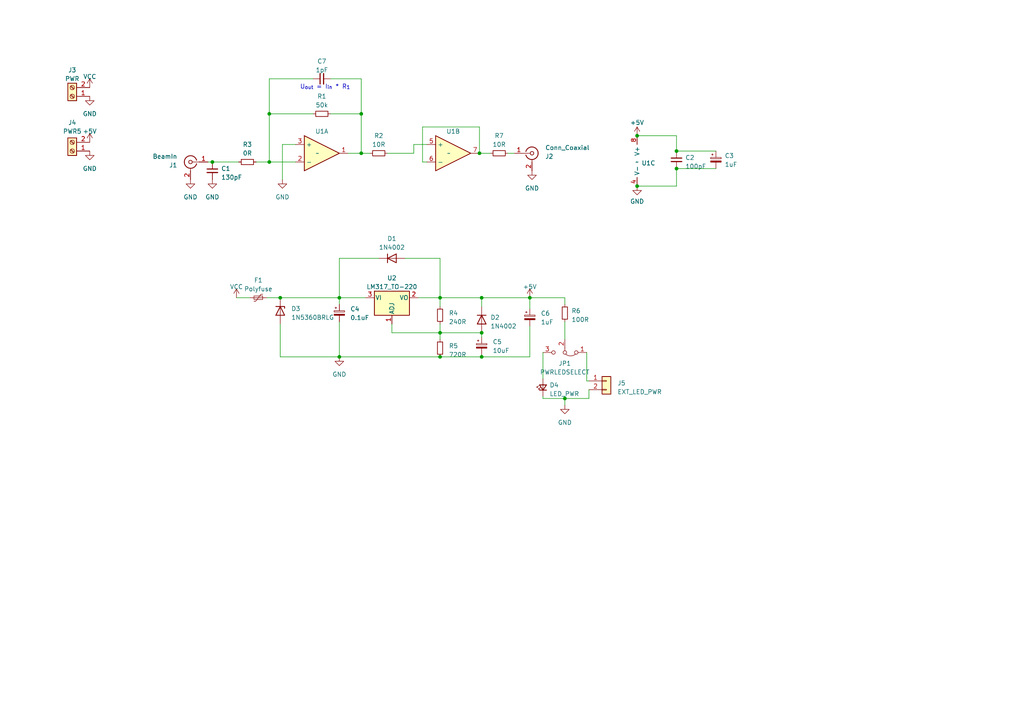
<source format=kicad_sch>
(kicad_sch (version 20230121) (generator eeschema)
  (paper "A4")
  (lib_symbols
    (symbol "Connector:Conn_Coaxial" (pin_names (offset 1.016) hide)
      (property "Reference" "J" (at 0.254 3.048 0))
      (property "Value" "Conn_Coaxial" (at 2.921 0 90))
      (symbol "Conn_Coaxial_0_1"
        (arc (start -1.778 -0.508) (mid 0.2311 -1.8066) (end 1.778 0) (stroke (width 0.254)))
        (polyline (pts (xy -2.54 0) (xy -0.508 0)))
        (polyline (pts (xy 0 -2.54) (xy 0 -1.778)))
        (circle (center 0 0) (radius 0.508) (stroke (width 0.2032)))
        (arc (start 1.778 0) (mid 0.2099 1.8101) (end -1.778 0.508) (stroke (width 0.254)))
      )
      (symbol "Conn_Coaxial_1_1"
        (pin passive line (at -5.08 0 0) (length 2.54) (name "In") (number "1"))
        (pin passive line (at 0 -5.08 90) (length 2.54) (name "Ext") (number "2"))
      )
    )
    (symbol "Connector:Screw_Terminal_01x02" (pin_names (offset 1.016) hide)
      (property "Reference" "J" (at 0 2.54 0))
      (property "Value" "Screw_Terminal_01x02" (at 0 -5.08 0))
      (symbol "Screw_Terminal_01x02_1_1"
        (rectangle (start -1.27 1.27) (end 1.27 -3.81) (stroke (width 0.254)) (fill (type background)))
        (circle (center 0 -2.54) (radius 0.635) (stroke (width 0.1524)))
        (polyline (pts (xy -0.5334 -2.2098) (xy 0.3302 -3.048)) (stroke (width 0.1524)))
        (polyline (pts (xy -0.5334 0.3302) (xy 0.3302 -0.508)) (stroke (width 0.1524)))
        (polyline (pts (xy -0.3556 -2.032) (xy 0.508 -2.8702)) (stroke (width 0.1524)))
        (polyline (pts (xy -0.3556 0.508) (xy 0.508 -0.3302)) (stroke (width 0.1524)))
        (circle (center 0 0) (radius 0.635) (stroke (width 0.1524)))
        (pin passive line (at -5.08 0 0) (length 3.81) (name "Pin_1") (number "1"))
        (pin passive line (at -5.08 -2.54 0) (length 3.81) (name "Pin_2") (number "2"))
      )
    )
    (symbol "Connector_Generic:Conn_01x02" (pin_names (offset 1.016) hide)
      (property "Reference" "J" (at 0 2.54 0))
      (property "Value" "Conn_01x02" (at 0 -5.08 0))
      (symbol "Conn_01x02_1_1"
        (rectangle (start -1.27 -2.413) (end 0 -2.667) (stroke (width 0.1524)))
        (rectangle (start -1.27 0.127) (end 0 -0.127) (stroke (width 0.1524)))
        (rectangle (start -1.27 1.27) (end 1.27 -3.81) (stroke (width 0.254)) (fill (type background)))
        (pin passive line (at -5.08 0 0) (length 3.81) (name "Pin_1") (number "1"))
        (pin passive line (at -5.08 -2.54 0) (length 3.81) (name "Pin_2") (number "2"))
      )
    )
    (symbol "Device:C_Polarized_Small" (pin_numbers hide) (pin_names (offset 0.254) hide)
      (property "Reference" "C" (at 0.254 1.778 0))
      (property "Value" "C_Polarized_Small" (at 0.254 -2.032 0))
      (symbol "C_Polarized_Small_0_1"
        (rectangle (start -1.524 -0.3048) (end 1.524 -0.6858) (fill (type outline)))
        (rectangle (start -1.524 0.6858) (end 1.524 0.3048))
        (polyline (pts (xy -1.27 1.524) (xy -0.762 1.524)))
        (polyline (pts (xy -1.016 1.27) (xy -1.016 1.778)))
      )
      (symbol "C_Polarized_Small_1_1"
        (pin passive line (at 0 2.54 270) (length 1.8542) (name "~") (number "1"))
        (pin passive line (at 0 -2.54 90) (length 1.8542) (name "~") (number "2"))
      )
    )
    (symbol "Device:C_Small" (pin_numbers hide) (pin_names (offset 0.254) hide)
      (property "Reference" "C" (at 0.254 1.778 0))
      (property "Value" "C_Small" (at 0.254 -2.032 0))
      (symbol "C_Small_0_1"
        (polyline (pts (xy -1.524 -0.508) (xy 1.524 -0.508)) (stroke (width 0.3302)))
        (polyline (pts (xy -1.524 0.508) (xy 1.524 0.508)) (stroke (width 0.3048)))
      )
      (symbol "C_Small_1_1"
        (pin passive line (at 0 2.54 270) (length 2.032) (name "~") (number "1"))
        (pin passive line (at 0 -2.54 90) (length 2.032) (name "~") (number "2"))
      )
    )
    (symbol "Device:D_Zener" (pin_numbers hide) (pin_names (offset 1.016) hide)
      (property "Reference" "D" (at 0 2.54 0))
      (property "Value" "D_Zener" (at 0 -2.54 0))
      (symbol "D_Zener_0_1"
        (polyline (pts (xy 1.27 0) (xy -1.27 0)))
        (polyline (pts (xy -1.27 -1.27) (xy -1.27 1.27) (xy -0.762 1.27)) (stroke (width 0.254)))
        (polyline (pts (xy 1.27 -1.27) (xy 1.27 1.27) (xy -1.27 0) (xy 1.27 -1.27)) (stroke (width 0.254)))
      )
      (symbol "D_Zener_1_1"
        (pin passive line (at -3.81 0 0) (length 2.54) (name "K") (number "1"))
        (pin passive line (at 3.81 0 180) (length 2.54) (name "A") (number "2"))
      )
    )
    (symbol "Device:LED_Small" (pin_numbers hide) (pin_names (offset 0.254) hide)
      (property "Reference" "D" (at -1.27 3.175 0))
      (property "Value" "LED_Small" (at -4.445 -2.54 0))
      (symbol "LED_Small_0_1"
        (polyline (pts (xy -0.762 -1.016) (xy -0.762 1.016)) (stroke (width 0.254)))
        (polyline (pts (xy 1.016 0) (xy -0.762 0)))
        (polyline (pts (xy 0.762 -1.016) (xy -0.762 0) (xy 0.762 1.016) (xy 0.762 -1.016)) (stroke (width 0.254)))
        (polyline (pts (xy 0 0.762) (xy -0.508 1.27) (xy -0.254 1.27) (xy -0.508 1.27) (xy -0.508 1.016)))
        (polyline (pts (xy 0.508 1.27) (xy 0 1.778) (xy 0.254 1.778) (xy 0 1.778) (xy 0 1.524)))
      )
      (symbol "LED_Small_1_1"
        (pin passive line (at -2.54 0 0) (length 1.778) (name "K") (number "1"))
        (pin passive line (at 2.54 0 180) (length 1.778) (name "A") (number "2"))
      )
    )
    (symbol "Device:Polyfuse_Small" (pin_numbers hide) (pin_names (offset 0))
      (property "Reference" "F" (at -1.905 0 90))
      (property "Value" "Polyfuse_Small" (at 1.905 0 90))
      (symbol "Polyfuse_Small_0_1"
        (rectangle (start -0.508 1.27) (end 0.508 -1.27))
        (polyline (pts (xy 0 2.54) (xy 0 -2.54)))
        (polyline (pts (xy -1.016 1.27) (xy -1.016 0.762) (xy 1.016 -0.762) (xy 1.016 -1.27)))
      )
      (symbol "Polyfuse_Small_1_1"
        (pin passive line (at 0 2.54 270) (length 0.635) (name "~") (number "1"))
        (pin passive line (at 0 -2.54 90) (length 0.635) (name "~") (number "2"))
      )
    )
    (symbol "Device:R_Small" (pin_numbers hide) (pin_names (offset 0.254) hide)
      (property "Reference" "R" (at 0.762 0.508 0))
      (property "Value" "R_Small" (at 0.762 -1.016 0))
      (symbol "R_Small_0_1"
        (rectangle (start -0.762 1.778) (end 0.762 -1.778) (stroke (width 0.2032)))
      )
      (symbol "R_Small_1_1"
        (pin passive line (at 0 2.54 270) (length 0.762) (name "~") (number "1"))
        (pin passive line (at 0 -2.54 90) (length 0.762) (name "~") (number "2"))
      )
    )
    (symbol "Diode:1N4002" (pin_numbers hide) (pin_names hide)
      (property "Reference" "D" (at 0 2.54 0))
      (property "Value" "1N4002" (at 0 -2.54 0))
      (symbol "1N4002_0_1"
        (polyline (pts (xy -1.27 1.27) (xy -1.27 -1.27)) (stroke (width 0.254)))
        (polyline (pts (xy 1.27 0) (xy -1.27 0)))
        (polyline (pts (xy 1.27 1.27) (xy 1.27 -1.27) (xy -1.27 0) (xy 1.27 1.27)) (stroke (width 0.254)))
      )
      (symbol "1N4002_1_1"
        (pin passive line (at -3.81 0 0) (length 2.54) (name "K") (number "1"))
        (pin passive line (at 3.81 0 180) (length 2.54) (name "A") (number "2"))
      )
    )
    (symbol "Jumper:Jumper_3_Bridged12" (pin_names (offset 0) hide)
      (property "Reference" "JP" (at -2.54 -2.54 0))
      (property "Value" "Jumper_3_Bridged12" (at 0 2.794 0))
      (symbol "Jumper_3_Bridged12_0_0"
        (circle (center -3.302 0) (radius 0.508))
        (circle (center 0 0) (radius 0.508))
        (circle (center 3.302 0) (radius 0.508))
      )
      (symbol "Jumper_3_Bridged12_0_1"
        (arc (start -0.254 0.508) (mid -1.651 0.9912) (end -3.048 0.508))
        (polyline (pts (xy 0 -1.27) (xy 0 -0.508)))
      )
      (symbol "Jumper_3_Bridged12_1_1"
        (pin passive line (at -6.35 0 0) (length 2.54) (name "A") (number "1"))
        (pin passive line (at 0 -3.81 90) (length 2.54) (name "C") (number "2"))
        (pin passive line (at 6.35 0 180) (length 2.54) (name "B") (number "3"))
      )
    )
    (symbol "OPA2301:OPA2301"
      (property "Reference" "U" (at 0 0 0))
      (symbol "OPA2301_1_1"
        (polyline (pts (xy -3.81 5.08) (xy 6.35 0) (xy -3.81 -5.08) (xy -3.81 5.08) (xy -3.81 5.08)) (stroke (width 0.254)) (fill (type background)))
        (pin output line (at 8.89 0 180) (length 2.54) (name "~") (number "1"))
        (pin input line (at -6.35 -2.54 0) (length 2.54) (name "-") (number "2"))
        (pin input line (at -6.35 2.54 0) (length 2.54) (name "+") (number "3"))
      )
      (symbol "OPA2301_2_1"
        (polyline (pts (xy -3.81 5.08) (xy 6.35 0) (xy -3.81 -5.08) (xy -3.81 5.08) (xy -3.81 5.08)) (stroke (width 0.254)) (fill (type background)))
        (pin input line (at -6.35 2.54 0) (length 2.54) (name "+") (number "5"))
        (pin input line (at -6.35 -2.54 0) (length 2.54) (name "-") (number "6"))
        (pin output line (at 8.89 0 180) (length 2.54) (name "~") (number "7"))
      )
      (symbol "OPA2301_3_1"
        (unit_name "POWER")
        (pin power_in line (at 0 -6.985 90) (length 2.54) (name "V-") (number "4"))
        (pin power_in line (at 0 7.62 270) (length 2.54) (name "V+") (number "8"))
      )
    )
    (symbol "Regulator_Linear:LM317_TO-220" (pin_names (offset 0.254))
      (property "Reference" "U" (at -3.81 3.175 0))
      (property "Value" "LM317_TO-220" (at 0 3.175 0))
      (symbol "LM317_TO-220_0_1"
        (rectangle (start -5.08 1.905) (end 5.08 -5.08) (stroke (width 0.254)) (fill (type background)))
      )
      (symbol "LM317_TO-220_1_1"
        (pin input line (at 0 -7.62 90) (length 2.54) (name "ADJ") (number "1"))
        (pin power_out line (at 7.62 0 180) (length 2.54) (name "VO") (number "2"))
        (pin power_in line (at -7.62 0 0) (length 2.54) (name "VI") (number "3"))
      )
    )
    (symbol "power:+5V" (power) (pin_names (offset 0))
      (property "Value" "+5V" (at 0 3.556 0))
      (symbol "+5V_0_1"
        (polyline (pts (xy -0.762 1.27) (xy 0 2.54)))
        (polyline (pts (xy 0 0) (xy 0 2.54)))
        (polyline (pts (xy 0 2.54) (xy 0.762 1.27)))
      )
      (symbol "+5V_1_1"
        (pin power_in line (at 0 0 90) (length 0) hide (name "+5V") (number "1"))
      )
    )
    (symbol "power:GND" (power) (pin_names (offset 0))
      (property "Value" "GND" (at 0 -3.81 0))
      (symbol "GND_0_1"
        (polyline (pts (xy 0 0) (xy 0 -1.27) (xy 1.27 -1.27) (xy 0 -2.54) (xy -1.27 -1.27) (xy 0 -1.27)))
      )
      (symbol "GND_1_1"
        (pin power_in line (at 0 0 270) (length 0) hide (name "GND") (number "1"))
      )
    )
    (symbol "power:VCC" (power) (pin_names (offset 0))
      (property "Value" "VCC" (at 0 3.81 0))
      (symbol "VCC_0_1"
        (polyline (pts (xy -0.762 1.27) (xy 0 2.54)))
        (polyline (pts (xy 0 0) (xy 0 2.54)))
        (polyline (pts (xy 0 2.54) (xy 0.762 1.27)))
      )
      (symbol "VCC_1_1"
        (pin power_in line (at 0 0 90) (length 0) hide (name "VCC") (number "1"))
      )
    )
  )
  (junction (at 127.635 103.505))
  (junction (at 153.67 86.36))
  (junction (at 127.635 96.52))
  (junction (at 98.425 86.36))
  (junction (at 196.215 43.815))
  (junction (at 139.7 96.52))
  (junction (at 78.105 33.02))
  (junction (at 127.635 86.36))
  (junction (at 81.28 86.36))
  (junction (at 104.775 44.45))
  (junction (at 104.775 33.02))
  (junction (at 61.595 46.99))
  (junction (at 184.785 39.37))
  (junction (at 196.215 48.895))
  (junction (at 139.065 44.45))
  (junction (at 139.7 86.36))
  (junction (at 78.105 46.99))
  (junction (at 139.7 103.505))
  (junction (at 163.83 115.57))
  (junction (at 184.785 53.975))
  (junction (at 98.425 103.505))
  (wire (pts (xy 147.32 44.45) (xy 149.225 44.45)))
  (wire (pts (xy 123.825 46.99) (xy 122.555 46.99)))
  (wire (pts (xy 81.28 86.36) (xy 98.425 86.36)))
  (wire (pts (xy 90.805 22.86) (xy 78.105 22.86)))
  (wire (pts (xy 170.815 115.57) (xy 163.83 115.57)))
  (wire (pts (xy 85.725 41.91) (xy 81.915 41.91)))
  (wire (pts (xy 196.215 53.975) (xy 184.785 53.975)))
  (wire (pts (xy 113.665 96.52) (xy 127.635 96.52)))
  (wire (pts (xy 127.635 96.52) (xy 139.7 96.52)))
  (wire (pts (xy 61.595 46.99) (xy 69.215 46.99)))
  (wire (pts (xy 163.83 115.57) (xy 163.83 117.475)))
  (wire (pts (xy 78.105 33.02) (xy 90.805 33.02)))
  (wire (pts (xy 163.83 93.345) (xy 163.83 98.425)))
  (wire (pts (xy 98.425 103.505) (xy 81.28 103.505)))
  (wire (pts (xy 170.815 113.03) (xy 170.815 115.57)))
  (wire (pts (xy 163.83 86.36) (xy 163.83 88.265)))
  (wire (pts (xy 139.7 103.505) (xy 127.635 103.505)))
  (wire (pts (xy 207.645 48.895) (xy 196.215 48.895)))
  (wire (pts (xy 98.425 88.265) (xy 98.425 86.36)))
  (wire (pts (xy 112.395 44.45) (xy 120.015 44.45)))
  (wire (pts (xy 139.7 102.87) (xy 139.7 103.505)))
  (wire (pts (xy 207.645 43.815) (xy 196.215 43.815)))
  (wire (pts (xy 121.285 86.36) (xy 127.635 86.36)))
  (wire (pts (xy 196.215 43.815) (xy 196.215 39.37)))
  (wire (pts (xy 139.065 44.45) (xy 142.24 44.45)))
  (wire (pts (xy 157.48 102.235) (xy 157.48 109.855)))
  (wire (pts (xy 104.775 44.45) (xy 107.315 44.45)))
  (wire (pts (xy 163.83 115.57) (xy 157.48 115.57)))
  (wire (pts (xy 153.67 86.36) (xy 163.83 86.36)))
  (wire (pts (xy 68.58 86.36) (xy 72.39 86.36)))
  (wire (pts (xy 120.015 44.45) (xy 120.015 41.91)))
  (wire (pts (xy 184.785 39.37) (xy 196.215 39.37)))
  (wire (pts (xy 170.815 110.49) (xy 170.18 110.49)))
  (wire (pts (xy 81.28 103.505) (xy 81.28 93.98)))
  (wire (pts (xy 139.7 86.36) (xy 139.7 88.9)))
  (wire (pts (xy 153.67 94.615) (xy 153.67 103.505)))
  (wire (pts (xy 98.425 86.36) (xy 106.045 86.36)))
  (wire (pts (xy 98.425 74.93) (xy 98.425 86.36)))
  (wire (pts (xy 127.635 74.93) (xy 117.475 74.93)))
  (wire (pts (xy 127.635 103.505) (xy 98.425 103.505)))
  (wire (pts (xy 74.295 46.99) (xy 78.105 46.99)))
  (wire (pts (xy 104.775 33.02) (xy 104.775 44.45)))
  (wire (pts (xy 170.18 102.235) (xy 170.18 110.49)))
  (wire (pts (xy 139.7 96.52) (xy 139.7 97.79)))
  (wire (pts (xy 127.635 93.98) (xy 127.635 96.52)))
  (wire (pts (xy 127.635 86.36) (xy 139.7 86.36)))
  (wire (pts (xy 157.48 115.57) (xy 157.48 114.935)))
  (wire (pts (xy 104.775 22.86) (xy 104.775 33.02)))
  (wire (pts (xy 122.555 46.99) (xy 122.555 36.83)))
  (wire (pts (xy 60.325 46.99) (xy 61.595 46.99)))
  (wire (pts (xy 139.7 86.36) (xy 153.67 86.36)))
  (wire (pts (xy 95.885 33.02) (xy 104.775 33.02)))
  (wire (pts (xy 104.775 44.45) (xy 100.965 44.45)))
  (wire (pts (xy 122.555 36.83) (xy 139.065 36.83)))
  (wire (pts (xy 153.67 86.36) (xy 153.67 89.535)))
  (wire (pts (xy 77.47 86.36) (xy 81.28 86.36)))
  (wire (pts (xy 113.665 93.98) (xy 113.665 96.52)))
  (wire (pts (xy 109.855 74.93) (xy 98.425 74.93)))
  (wire (pts (xy 139.7 103.505) (xy 153.67 103.505)))
  (wire (pts (xy 81.915 41.91) (xy 81.915 52.07)))
  (wire (pts (xy 120.015 41.91) (xy 123.825 41.91)))
  (wire (pts (xy 127.635 86.36) (xy 127.635 74.93)))
  (wire (pts (xy 127.635 86.36) (xy 127.635 88.9)))
  (wire (pts (xy 196.215 48.895) (xy 196.215 53.975)))
  (wire (pts (xy 127.635 96.52) (xy 127.635 98.425)))
  (wire (pts (xy 139.065 36.83) (xy 139.065 44.45)))
  (wire (pts (xy 95.885 22.86) (xy 104.775 22.86)))
  (wire (pts (xy 78.105 22.86) (xy 78.105 33.02)))
  (wire (pts (xy 78.105 46.99) (xy 78.105 33.02)))
  (wire (pts (xy 85.725 46.99) (xy 78.105 46.99)))
  (wire (pts (xy 98.425 103.505) (xy 98.425 93.345)))
  (text "U_{out} = I_{in} * R_{1}" (at 86.995 26.035 0) (effects (font (size 1.27 1.27)) (justify left bottom)))
  (symbol (lib_id "power:GND") (at 26.035 27.94 0) (unit 1)
    (property "Reference" "#PWR04" (effects hide))
    (property "Value" "GND" (at 26.035 33.02 0))
  )
  (symbol (lib_id "Jumper:Jumper_3_Bridged12") (at 163.83 102.235 180) (unit 1)
    (property "Reference" "JP1" (at 163.83 105.41 0))
    (property "Value" "PWRLEDSELECT" (at 163.83 107.95 0))
    (property "Footprint" "Connector_PinHeader_2.54mm:PinHeader_1x03_P2.54mm_Vertical" (effects hide))
  )
  (symbol (lib_id "power:+5V") (at 184.785 39.37 0) (unit 1)
    (property "Reference" "#PWR06" (effects hide))
    (property "Value" "+5V" (at 184.785 35.56 0))
  )
  (symbol (lib_id "Device:C_Polarized_Small") (at 153.67 92.075 0) (unit 1)
    (property "Reference" "C6" (at 156.845 90.8939 0) (effects (justify left)))
    (property "Value" "1uF" (at 156.845 93.4339 0) (effects (justify left)))
    (property "Footprint" "Capacitor_SMD:C_0805_2012Metric" (effects hide))
  )
  (symbol (lib_id "Device:R_Small") (at 163.83 90.805 0) (unit 1)
    (property "Reference" "R6" (at 165.735 90.17 0) (effects (justify left)))
    (property "Value" "100R" (at 165.735 92.71 0) (effects (justify left)))
    (property "Footprint" "Resistor_SMD:R_0805_2012Metric" (effects hide))
  )
  (symbol (lib_id "Connector:Conn_Coaxial") (at 154.305 44.45 0) (unit 1)
    (property "Reference" "J2" (at 158.115 45.3782 0) (effects (justify left)))
    (property "Value" "Conn_Coaxial" (at 158.115 42.8382 0) (effects (justify left)))
    (property "Footprint" "Connector_Coaxial:BNC_TEConnectivity_1478035_Horizontal" (effects hide))
    (property "Datasheet" " ~" (effects hide))
  )
  (symbol (lib_id "Device:C_Small") (at 196.215 46.355 0) (unit 1)
    (property "Reference" "C2" (at 198.755 45.7263 0) (effects (justify left)))
    (property "Value" "100pF" (at 198.755 48.2663 0) (effects (justify left)))
    (property "Footprint" "Capacitor_SMD:C_0805_2012Metric" (effects hide))
  )
  (symbol (lib_id "power:+5V") (at 26.035 41.275 0) (unit 1)
    (property "Reference" "#PWR011" (effects hide))
    (property "Value" "+5V" (at 26.035 38.1 0))
  )
  (symbol (lib_id "OPA2301:OPA2301") (at 130.175 44.45 0) (unit 2)
    (property "Reference" "U1" (at 131.445 38.1 0))
    (property "Value" "~" (at 130.175 44.45 0))
    (property "Footprint" "VSSOP_OPA300:VSSOP_OPA300" (effects hide))
    (property "Datasheet" "https://www.ti.com/lit/ds/symlink/opa300.pdf?ts=1707139740977&ref_url=https%253A%252F%252Fwww.mouser.at%252F" (effects hide))
  )
  (symbol (lib_id "power:GND") (at 61.595 52.07 0) (unit 1)
    (property "Reference" "#PWR05" (effects hide))
    (property "Value" "GND" (at 61.595 57.15 0))
  )
  (symbol (lib_id "power:VCC") (at 26.035 25.4 0) (unit 1)
    (property "Reference" "#PWR010" (effects hide))
    (property "Value" "VCC" (at 26.035 22.225 0))
  )
  (symbol (lib_id "Connector:Conn_Coaxial") (at 55.245 46.99 0) (mirror y) (unit 1)
    (property "Reference" "J1" (at 51.435 47.9182 0) (effects (justify left)))
    (property "Value" "BeamIn" (at 51.435 45.3782 0) (effects (justify left)))
    (property "Footprint" "Connector_Coaxial:BNC_TEConnectivity_1478035_Horizontal" (effects hide))
    (property "Datasheet" " ~" (effects hide))
  )
  (symbol (lib_id "power:VCC") (at 68.58 86.36 0) (unit 1)
    (property "Reference" "#PWR013" (effects hide))
    (property "Value" "VCC" (at 68.58 83.185 0))
  )
  (symbol (lib_id "Connector_Generic:Conn_01x02") (at 175.895 110.49 0) (unit 1)
    (property "Reference" "J5" (at 179.07 111.125 0) (effects (justify left)))
    (property "Value" "EXT_LED_PWR" (at 179.07 113.665 0) (effects (justify left)))
    (property "Footprint" "Connector_PinHeader_2.54mm:PinHeader_1x02_P2.54mm_Vertical" (effects hide))
  )
  (symbol (lib_id "power:GND") (at 55.245 52.07 0) (unit 1)
    (property "Reference" "#PWR02" (effects hide))
    (property "Value" "GND" (at 55.245 57.15 0))
  )
  (symbol (lib_id "Device:C_Small") (at 93.345 22.86 90) (unit 1)
    (property "Reference" "C7" (at 93.3513 17.78 90))
    (property "Value" "1pF" (at 93.3513 20.32 90))
    (property "Footprint" "Capacitor_SMD:C_0805_2012Metric" (effects hide))
  )
  (symbol (lib_id "power:GND") (at 81.915 52.07 0) (unit 1)
    (property "Reference" "#PWR01" (effects hide))
    (property "Value" "GND" (at 81.915 57.15 0))
  )
  (symbol (lib_id "power:+5V") (at 153.67 86.36 0) (unit 1)
    (property "Reference" "#PWR09" (effects hide))
    (property "Value" "+5V" (at 153.67 83.185 0))
  )
  (symbol (lib_id "Diode:1N4002") (at 139.7 92.71 270) (unit 1)
    (property "Reference" "D2" (at 142.24 92.075 90) (effects (justify left)))
    (property "Value" "1N4002" (at 142.24 94.615 90) (effects (justify left)))
    (property "Footprint" "Diode_THT:D_DO-41_SOD81_P10.16mm_Horizontal" (effects hide))
    (property "Datasheet" "http://www.vishay.com/docs/88503/1n4001.pdf" (effects hide))
    (property "Sim.Device" "D" (effects hide))
    (property "Sim.Pins" "1=K 2=A" (effects hide))
  )
  (symbol (lib_id "Device:D_Zener") (at 81.28 90.17 270) (unit 1)
    (property "Reference" "D3" (at 84.455 89.535 90) (effects (justify left)))
    (property "Value" "1N5360BRLG" (at 84.455 92.075 90) (effects (justify left)))
    (property "Footprint" "Diode_THT:D_DO-41_SOD81_P12.70mm_Horizontal" (effects hide))
  )
  (symbol (lib_id "Device:C_Polarized_Small") (at 139.7 100.33 0) (unit 1)
    (property "Reference" "C5" (at 142.875 99.1489 0) (effects (justify left)))
    (property "Value" "10uF" (at 142.875 101.6889 0) (effects (justify left)))
    (property "Footprint" "Capacitor_Tantalum_SMD:CP_EIA-7343-20_Kemet-V" (effects hide))
  )
  (symbol (lib_id "Connector:Screw_Terminal_01x02") (at 20.955 43.815 180) (unit 1)
    (property "Reference" "J4" (at 20.955 35.56 0))
    (property "Value" "PWR5" (at 20.955 38.1 0))
    (property "Footprint" "Connector_PinHeader_2.54mm:PinHeader_1x02_P2.54mm_Vertical" (effects hide))
  )
  (symbol (lib_id "Connector:Screw_Terminal_01x02") (at 20.955 27.94 180) (unit 1)
    (property "Reference" "J3" (at 20.955 20.32 0))
    (property "Value" "PWR" (at 20.955 22.86 0))
    (property "Footprint" "Connector_PinHeader_2.54mm:PinHeader_1x02_P2.54mm_Vertical" (effects hide))
  )
  (symbol (lib_id "power:GND") (at 154.305 49.53 0) (unit 1)
    (property "Reference" "#PWR03" (effects hide))
    (property "Value" "GND" (at 154.305 54.61 0))
  )
  (symbol (lib_id "OPA2301:OPA2301") (at 92.075 44.45 0) (unit 1)
    (property "Reference" "U1" (at 93.345 38.1 0))
    (property "Value" "~" (at 92.075 44.45 0))
    (property "Footprint" "VSSOP_OPA300:VSSOP_OPA300" (effects hide))
    (property "Datasheet" "https://www.ti.com/lit/ds/symlink/opa300.pdf?ts=1707139740977&ref_url=https%253A%252F%252Fwww.mouser.at%252F" (effects hide))
  )
  (symbol (lib_id "OPA2301:OPA2301") (at 184.785 46.99 0) (unit 3)
    (property "Reference" "U1" (at 186.055 47.3075 0) (effects (justify left)))
    (property "Value" "~" (at 184.785 46.99 0))
    (property "Footprint" "VSSOP_OPA300:VSSOP_OPA300" (effects hide))
    (property "Datasheet" "https://www.ti.com/lit/ds/symlink/opa300.pdf?ts=1707139740977&ref_url=https%253A%252F%252Fwww.mouser.at%252F" (effects hide))
  )
  (symbol (lib_id "Diode:1N4002") (at 113.665 74.93 0) (unit 1)
    (property "Reference" "D1" (at 113.665 69.215 0))
    (property "Value" "1N4002" (at 113.665 71.755 0))
    (property "Footprint" "Diode_THT:D_DO-41_SOD81_P10.16mm_Horizontal" (effects hide))
    (property "Datasheet" "http://www.vishay.com/docs/88503/1n4001.pdf" (effects hide))
    (property "Sim.Device" "D" (effects hide))
    (property "Sim.Pins" "1=K 2=A" (effects hide))
  )
  (symbol (lib_id "Device:LED_Small") (at 157.48 112.395 90) (unit 1)
    (property "Reference" "D4" (at 159.385 111.6965 90) (effects (justify right)))
    (property "Value" "LED_PWR" (at 159.385 114.2365 90) (effects (justify right)))
    (property "Footprint" "LED_SMD:LED_0805_2012Metric" (effects hide))
  )
  (symbol (lib_id "Device:Polyfuse_Small") (at 74.93 86.36 90) (unit 1)
    (property "Reference" "F1" (at 74.93 81.28 90))
    (property "Value" "Polyfuse" (at 74.93 83.82 90))
    (property "Footprint" "Capacitor_THT:C_Disc_D5.1mm_W3.2mm_P5.00mm" (effects hide))
  )
  (symbol (lib_id "power:GND") (at 98.425 103.505 0) (unit 1)
    (property "Reference" "#PWR08" (effects hide))
    (property "Value" "GND" (at 98.425 108.585 0))
  )
  (symbol (lib_id "power:GND") (at 163.83 117.475 0) (unit 1)
    (property "Reference" "#PWR014" (effects hide))
    (property "Value" "GND" (at 163.83 122.555 0))
  )
  (symbol (lib_id "Device:R_Small") (at 109.855 44.45 90) (unit 1)
    (property "Reference" "R2" (at 109.855 39.37 90))
    (property "Value" "10R" (at 109.855 41.91 90))
    (property "Footprint" "Resistor_SMD:R_0805_2012Metric" (effects hide))
  )
  (symbol (lib_id "Device:R_Small") (at 127.635 91.44 0) (unit 1)
    (property "Reference" "R4" (at 130.175 90.805 0) (effects (justify left)))
    (property "Value" "240R" (at 130.175 93.345 0) (effects (justify left)))
    (property "Footprint" "Resistor_SMD:R_0805_2012Metric" (effects hide))
  )
  (symbol (lib_id "Regulator_Linear:LM317_TO-220") (at 113.665 86.36 0) (unit 1)
    (property "Reference" "U2" (at 113.665 80.645 0))
    (property "Value" "LM317_TO-220" (at 113.665 83.185 0))
    (property "Footprint" "Package_TO_SOT_THT:TO-220-3_Vertical" (effects hide))
    (property "Datasheet" "http://www.ti.com/lit/ds/symlink/lm317.pdf" (effects hide))
  )
  (symbol (lib_id "Device:C_Polarized_Small") (at 207.645 46.355 0) (unit 1)
    (property "Reference" "C3" (at 210.185 45.1739 0) (effects (justify left)))
    (property "Value" "1uF" (at 210.185 47.7139 0) (effects (justify left)))
    (property "Footprint" "Capacitor_SMD:C_0805_2012Metric" (effects hide))
  )
  (symbol (lib_id "Device:R_Small") (at 127.635 100.965 0) (unit 1)
    (property "Reference" "R5" (at 130.175 100.33 0) (effects (justify left)))
    (property "Value" "720R" (at 130.175 102.87 0) (effects (justify left)))
    (property "Footprint" "Resistor_SMD:R_0805_2012Metric" (effects hide))
  )
  (symbol (lib_id "power:GND") (at 184.785 53.975 0) (unit 1)
    (property "Reference" "#PWR07" (effects hide))
    (property "Value" "GND" (at 184.785 58.42 0))
  )
  (symbol (lib_id "Device:R_Small") (at 144.78 44.45 90) (unit 1)
    (property "Reference" "R7" (at 144.78 39.37 90))
    (property "Value" "10R" (at 144.78 41.91 90))
    (property "Footprint" "Resistor_SMD:R_0805_2012Metric" (effects hide))
  )
  (symbol (lib_id "Device:C_Polarized_Small") (at 98.425 90.805 0) (unit 1)
    (property "Reference" "C4" (at 101.6 89.6239 0) (effects (justify left)))
    (property "Value" "0.1uF" (at 101.6 92.1639 0) (effects (justify left)))
    (property "Footprint" "Capacitor_SMD:C_0805_2012Metric" (effects hide))
  )
  (symbol (lib_id "Device:C_Small") (at 61.595 49.53 0) (unit 1)
    (property "Reference" "C1" (at 64.135 48.9013 0) (effects (justify left)))
    (property "Value" "130pF" (at 64.135 51.4413 0) (effects (justify left)))
    (property "Footprint" "Capacitor_SMD:C_0805_2012Metric" (effects hide))
  )
  (symbol (lib_id "Device:R_Small") (at 71.755 46.99 90) (unit 1)
    (property "Reference" "R3" (at 71.755 41.91 90))
    (property "Value" "0R" (at 71.755 44.45 90))
    (property "Footprint" "Resistor_SMD:R_0805_2012Metric" (effects hide))
  )
  (symbol (lib_id "Device:R_Small") (at 93.345 33.02 90) (unit 1)
    (property "Reference" "R1" (at 93.345 27.94 90))
    (property "Value" "50k" (at 93.345 30.48 90))
    (property "Footprint" "Resistor_SMD:R_0805_2012Metric" (effects hide))
  )
  (symbol (lib_id "power:GND") (at 26.035 43.815 0) (unit 1)
    (property "Reference" "#PWR012" (effects hide))
    (property "Value" "GND" (at 26.035 48.895 0))
  )
)
</source>
